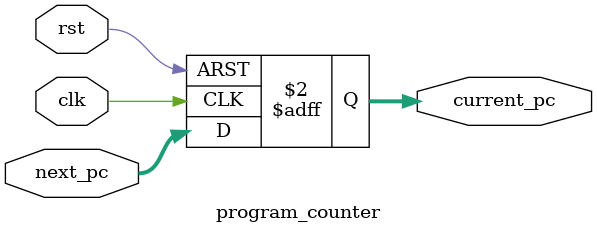
<source format=v>
module program_counter (
    input  wire clk,           
    input  wire rst,           
    input  wire [63:0] next_pc, 
    output reg  [63:0] current_pc 
);
    always @(posedge clk or posedge rst) begin
        if (rst)
            current_pc <= 64'b0; 
        else
            current_pc <= next_pc; 
    end
endmodule
</source>
